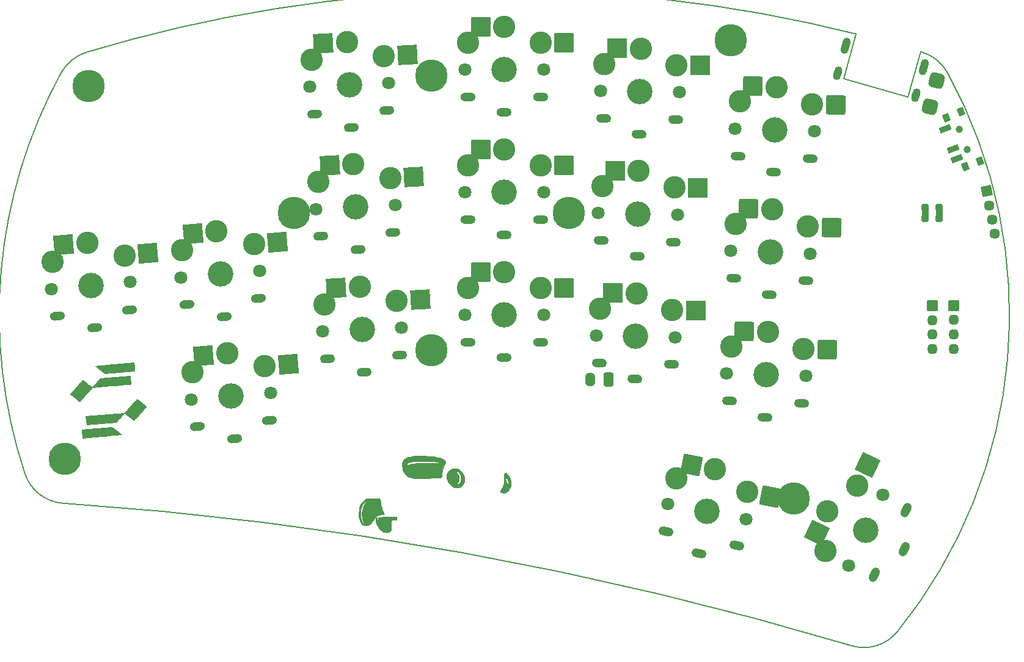
<source format=gbs>
%TF.GenerationSoftware,KiCad,Pcbnew,6.0.4-6f826c9f35~116~ubuntu20.04.1*%
%TF.CreationDate,2022-05-20T17:44:36+02:00*%
%TF.ProjectId,Wubbo,57756262-6f2e-46b6-9963-61645f706362,v0.3*%
%TF.SameCoordinates,Original*%
%TF.FileFunction,Soldermask,Bot*%
%TF.FilePolarity,Negative*%
%FSLAX46Y46*%
G04 Gerber Fmt 4.6, Leading zero omitted, Abs format (unit mm)*
G04 Created by KiCad (PCBNEW 6.0.4-6f826c9f35~116~ubuntu20.04.1) date 2022-05-20 17:44:36*
%MOMM*%
%LPD*%
G01*
G04 APERTURE LIST*
G04 Aperture macros list*
%AMRoundRect*
0 Rectangle with rounded corners*
0 $1 Rounding radius*
0 $2 $3 $4 $5 $6 $7 $8 $9 X,Y pos of 4 corners*
0 Add a 4 corners polygon primitive as box body*
4,1,4,$2,$3,$4,$5,$6,$7,$8,$9,$2,$3,0*
0 Add four circle primitives for the rounded corners*
1,1,$1+$1,$2,$3*
1,1,$1+$1,$4,$5*
1,1,$1+$1,$6,$7*
1,1,$1+$1,$8,$9*
0 Add four rect primitives between the rounded corners*
20,1,$1+$1,$2,$3,$4,$5,0*
20,1,$1+$1,$4,$5,$6,$7,0*
20,1,$1+$1,$6,$7,$8,$9,0*
20,1,$1+$1,$8,$9,$2,$3,0*%
%AMHorizOval*
0 Thick line with rounded ends*
0 $1 width*
0 $2 $3 position (X,Y) of the first rounded end (center of the circle)*
0 $4 $5 position (X,Y) of the second rounded end (center of the circle)*
0 Add line between two ends*
20,1,$1,$2,$3,$4,$5,0*
0 Add two circle primitives to create the rounded ends*
1,1,$1,$2,$3*
1,1,$1,$4,$5*%
G04 Aperture macros list end*
%TA.AperFunction,Profile*%
%ADD10C,0.150000*%
%TD*%
%ADD11C,0.120000*%
%ADD12C,0.010000*%
%ADD13C,3.100000*%
%ADD14C,1.801800*%
%ADD15C,3.529000*%
%ADD16HorizOval,1.200000X-0.449383X-0.023551X0.449383X0.023551X0*%
%ADD17RoundRect,0.050000X1.230182X1.366255X-1.366255X1.230182X-1.230182X-1.366255X1.366255X-1.230182X0*%
%ADD18RoundRect,0.050000X1.300000X1.300000X-1.300000X1.300000X-1.300000X-1.300000X1.300000X-1.300000X0*%
%ADD19O,2.100000X1.200000*%
%ADD20RoundRect,0.268750X0.256250X-0.218750X0.256250X0.218750X-0.256250X0.218750X-0.256250X-0.218750X0*%
%ADD21RoundRect,0.050000X-0.675000X-0.675000X0.675000X-0.675000X0.675000X0.675000X-0.675000X0.675000X0*%
%ADD22O,1.450000X1.450000*%
%ADD23RoundRect,0.050000X-0.598550X1.738315X-1.738315X-0.598550X0.598550X-1.738315X1.738315X0.598550X0*%
%ADD24HorizOval,1.200000X-0.197267X-0.404457X0.197267X0.404457X0*%
%ADD25RoundRect,0.320833X0.379167X0.654167X-0.379167X0.654167X-0.379167X-0.654167X0.379167X-0.654167X0*%
%ADD26O,1.400000X1.950000*%
%ADD27HorizOval,1.200000X-0.449931X0.007854X0.449931X-0.007854X0*%
%ADD28RoundRect,0.050000X1.322490X1.277114X-1.277114X1.322490X-1.322490X-1.277114X1.277114X-1.322490X0*%
%ADD29C,0.800000*%
%ADD30C,4.500000*%
%ADD31RoundRect,0.050000X1.181751X1.408356X-1.408356X1.181751X-1.181751X-1.408356X1.408356X-1.181751X0*%
%ADD32HorizOval,1.200000X-0.448288X-0.039220X0.448288X0.039220X0*%
%ADD33RoundRect,0.550000X0.612372X0.353553X-0.353553X0.612372X-0.612372X-0.353553X0.353553X-0.612372X0*%
%ADD34C,1.000000*%
%ADD35HorizOval,1.200000X-0.449726X0.015705X0.449726X-0.015705X0*%
%ADD36RoundRect,0.050000X1.344577X1.253839X-1.253839X1.344577X-1.344577X-1.253839X1.253839X-1.344577X0*%
%ADD37HorizOval,1.100000X-0.160343X-0.578178X0.160343X0.578178X0*%
%ADD38HorizOval,1.100000X-0.106895X-0.385452X0.106895X0.385452X0*%
%ADD39RoundRect,0.050000X-0.533802X-0.791394X0.791394X-0.533802X0.533802X0.791394X-0.791394X0.533802X0*%
%ADD40HorizOval,1.450000X0.000000X0.000000X0.000000X0.000000X0*%
%ADD41RoundRect,0.050000X1.524167X1.028064X-1.028064X1.524167X-1.524167X-1.028064X1.028064X-1.524167X0*%
%ADD42HorizOval,1.200000X-0.441732X0.085864X0.441732X-0.085864X0*%
%ADD43RoundRect,0.050000X-0.552616X0.323443X-0.194248X-0.610137X0.552616X-0.323443X0.194248X0.610137X0*%
%ADD44RoundRect,0.050000X-0.825614X0.057977X-0.574757X-0.595529X0.825614X-0.057977X0.574757X0.595529X0*%
G04 APERTURE END LIST*
D10*
X104544530Y51844171D02*
G75*
G03*
X-2083172Y49308466I-48731160J-193972341D01*
G01*
X-5611244Y46442888D02*
G75*
G03*
X-10622661Y-9179340I61424614J-33571068D01*
G01*
X104544530Y51844172D02*
X102813372Y45601818D01*
X110309220Y-31062252D02*
G75*
G03*
X117237987Y46442886I-54495848J43934070D01*
G01*
X111755862Y43121846D02*
X113489973Y49374846D01*
X117237963Y46442874D02*
G75*
G03*
X113709916Y49308466I-5264963J-2877474D01*
G01*
X-2083173Y49308466D02*
G75*
G03*
X-5611244Y46442886I1736897J-5743100D01*
G01*
X103920858Y-33045467D02*
G75*
G03*
X-5334370Y-13275473I-143107476J-479082651D01*
G01*
X102813372Y45601818D02*
X111755862Y43121846D01*
X113709916Y49308466D02*
G75*
G03*
X113489972Y49374846I-59168016J-195650166D01*
G01*
X103920840Y-33045522D02*
G75*
G03*
X110309219Y-31062252I1717260J5749022D01*
G01*
X-10622661Y-9179341D02*
G75*
G03*
X-5334370Y-13275474I5694518J1890101D01*
G01*
D11*
%TO.C,D1*%
X113680000Y27630000D02*
X114520000Y27630000D01*
X114520000Y27630000D02*
X114520000Y26390000D01*
X114520000Y26390000D02*
X113680000Y26390000D01*
X113680000Y26390000D02*
X113680000Y27630000D01*
G36*
X113680000Y27630000D02*
G01*
X114520000Y27630000D01*
X114520000Y26390000D01*
X113680000Y26390000D01*
X113680000Y27630000D01*
G37*
%TO.C,GR5*%
G36*
X48104326Y-8795072D02*
G01*
X48214333Y-8685930D01*
X48324709Y-8606323D01*
X48333240Y-8601567D01*
X48488168Y-8535738D01*
X48667980Y-8489541D01*
X48859269Y-8464560D01*
X49048627Y-8462375D01*
X49222645Y-8484570D01*
X49256509Y-8492613D01*
X49435609Y-8559346D01*
X49612720Y-8663898D01*
X49781795Y-8801950D01*
X49936790Y-8969181D01*
X49954268Y-8991149D01*
X50090619Y-9192616D01*
X50193486Y-9402611D01*
X50263364Y-9617135D01*
X50300746Y-9832189D01*
X50306128Y-10043774D01*
X50280004Y-10247893D01*
X50222870Y-10440545D01*
X50135219Y-10617733D01*
X50017546Y-10775457D01*
X49870345Y-10909719D01*
X49704358Y-11011523D01*
X49632311Y-11045680D01*
X49573057Y-11068166D01*
X49513368Y-11081848D01*
X49440018Y-11089593D01*
X49339779Y-11094268D01*
X49319416Y-11094953D01*
X49217709Y-11097239D01*
X49125637Y-11097422D01*
X49055184Y-11095579D01*
X49024416Y-11093020D01*
X48889787Y-11068663D01*
X48781506Y-11037860D01*
X48683599Y-10995072D01*
X48594992Y-10944141D01*
X48386976Y-10793748D01*
X48207969Y-10621978D01*
X48059361Y-10432732D01*
X47942540Y-10229912D01*
X47858897Y-10017420D01*
X47809820Y-9799159D01*
X47796699Y-9579030D01*
X47820922Y-9360935D01*
X47883879Y-9148777D01*
X47923868Y-9059002D01*
X47984128Y-8957117D01*
X49142376Y-8957117D01*
X49163747Y-9014708D01*
X49216505Y-9089328D01*
X49276902Y-9158596D01*
X49398119Y-9319133D01*
X49483153Y-9493892D01*
X49531520Y-9677472D01*
X49542732Y-9864467D01*
X49516305Y-10049477D01*
X49451752Y-10227098D01*
X49383524Y-10344281D01*
X49321109Y-10448010D01*
X49292381Y-10528853D01*
X49296819Y-10588856D01*
X49314400Y-10614933D01*
X49366479Y-10638607D01*
X49437188Y-10625133D01*
X49492070Y-10596771D01*
X49605114Y-10502802D01*
X49695341Y-10377747D01*
X49760605Y-10227465D01*
X49798755Y-10057815D01*
X49807644Y-9874657D01*
X49798204Y-9761953D01*
X49765341Y-9577607D01*
X49718822Y-9406184D01*
X49661035Y-9251160D01*
X49594369Y-9116011D01*
X49521215Y-9004211D01*
X49443961Y-8919238D01*
X49364998Y-8864567D01*
X49286713Y-8843673D01*
X49211498Y-8860033D01*
X49187876Y-8874116D01*
X49150912Y-8911829D01*
X49142376Y-8957117D01*
X47984128Y-8957117D01*
X48004301Y-8923010D01*
X48104326Y-8795072D01*
G37*
D12*
X48104326Y-8795072D02*
X48214333Y-8685930D01*
X48324709Y-8606323D01*
X48333240Y-8601567D01*
X48488168Y-8535738D01*
X48667980Y-8489541D01*
X48859269Y-8464560D01*
X49048627Y-8462375D01*
X49222645Y-8484570D01*
X49256509Y-8492613D01*
X49435609Y-8559346D01*
X49612720Y-8663898D01*
X49781795Y-8801950D01*
X49936790Y-8969181D01*
X49954268Y-8991149D01*
X50090619Y-9192616D01*
X50193486Y-9402611D01*
X50263364Y-9617135D01*
X50300746Y-9832189D01*
X50306128Y-10043774D01*
X50280004Y-10247893D01*
X50222870Y-10440545D01*
X50135219Y-10617733D01*
X50017546Y-10775457D01*
X49870345Y-10909719D01*
X49704358Y-11011523D01*
X49632311Y-11045680D01*
X49573057Y-11068166D01*
X49513368Y-11081848D01*
X49440018Y-11089593D01*
X49339779Y-11094268D01*
X49319416Y-11094953D01*
X49217709Y-11097239D01*
X49125637Y-11097422D01*
X49055184Y-11095579D01*
X49024416Y-11093020D01*
X48889787Y-11068663D01*
X48781506Y-11037860D01*
X48683599Y-10995072D01*
X48594992Y-10944141D01*
X48386976Y-10793748D01*
X48207969Y-10621978D01*
X48059361Y-10432732D01*
X47942540Y-10229912D01*
X47858897Y-10017420D01*
X47809820Y-9799159D01*
X47796699Y-9579030D01*
X47820922Y-9360935D01*
X47883879Y-9148777D01*
X47923868Y-9059002D01*
X47984128Y-8957117D01*
X49142376Y-8957117D01*
X49163747Y-9014708D01*
X49216505Y-9089328D01*
X49276902Y-9158596D01*
X49398119Y-9319133D01*
X49483153Y-9493892D01*
X49531520Y-9677472D01*
X49542732Y-9864467D01*
X49516305Y-10049477D01*
X49451752Y-10227098D01*
X49383524Y-10344281D01*
X49321109Y-10448010D01*
X49292381Y-10528853D01*
X49296819Y-10588856D01*
X49314400Y-10614933D01*
X49366479Y-10638607D01*
X49437188Y-10625133D01*
X49492070Y-10596771D01*
X49605114Y-10502802D01*
X49695341Y-10377747D01*
X49760605Y-10227465D01*
X49798755Y-10057815D01*
X49807644Y-9874657D01*
X49798204Y-9761953D01*
X49765341Y-9577607D01*
X49718822Y-9406184D01*
X49661035Y-9251160D01*
X49594369Y-9116011D01*
X49521215Y-9004211D01*
X49443961Y-8919238D01*
X49364998Y-8864567D01*
X49286713Y-8843673D01*
X49211498Y-8860033D01*
X49187876Y-8874116D01*
X49150912Y-8911829D01*
X49142376Y-8957117D01*
X47984128Y-8957117D01*
X48004301Y-8923010D01*
X48104326Y-8795072D01*
G36*
X35643983Y-14672583D02*
G01*
X35672739Y-14322111D01*
X35726676Y-13999570D01*
X35805179Y-13706143D01*
X35907635Y-13443018D01*
X36033428Y-13211378D01*
X36181944Y-13012410D01*
X36352570Y-12847299D01*
X36544691Y-12717230D01*
X36693799Y-12646807D01*
X36730850Y-12633100D01*
X36768644Y-12622238D01*
X36812729Y-12613795D01*
X36868655Y-12607346D01*
X36941972Y-12602467D01*
X37038230Y-12598733D01*
X37162979Y-12595719D01*
X37321767Y-12593001D01*
X37414500Y-12591636D01*
X37653446Y-12588149D01*
X37853627Y-12585188D01*
X38018610Y-12582872D01*
X38151960Y-12581318D01*
X38257245Y-12580647D01*
X38338030Y-12580977D01*
X38397882Y-12582426D01*
X38440368Y-12585114D01*
X38469053Y-12589160D01*
X38487505Y-12594682D01*
X38499289Y-12601799D01*
X38507972Y-12610631D01*
X38517120Y-12621295D01*
X38524315Y-12628621D01*
X38561436Y-12673290D01*
X38589009Y-12732422D01*
X38609446Y-12814119D01*
X38625162Y-12926483D01*
X38631170Y-12987363D01*
X38654725Y-13170734D01*
X38693584Y-13382232D01*
X38744997Y-13611694D01*
X38806214Y-13848955D01*
X38874485Y-14083853D01*
X38947060Y-14306223D01*
X39021190Y-14505902D01*
X39077932Y-14638522D01*
X39111733Y-14715091D01*
X39137070Y-14778899D01*
X39149563Y-14818711D01*
X39150166Y-14823730D01*
X39140277Y-14837805D01*
X39106440Y-14846689D01*
X39042400Y-14851284D01*
X38950614Y-14852500D01*
X38717857Y-14861176D01*
X38518280Y-14888456D01*
X38346173Y-14936217D01*
X38195829Y-15006334D01*
X38061537Y-15100684D01*
X37986676Y-15169323D01*
X37935392Y-15226896D01*
X37867812Y-15311936D01*
X37790184Y-15416083D01*
X37708760Y-15530975D01*
X37637895Y-15635901D01*
X37519942Y-15810553D01*
X37416928Y-15951561D01*
X37324329Y-16062877D01*
X37237620Y-16148450D01*
X37152276Y-16212231D01*
X37063772Y-16258170D01*
X36967586Y-16290218D01*
X36864039Y-16311546D01*
X36663658Y-16330905D01*
X36478658Y-16319802D01*
X36398500Y-16305223D01*
X36224482Y-16246817D01*
X36072436Y-16152734D01*
X35942686Y-16023677D01*
X35835558Y-15860350D01*
X35751376Y-15663457D01*
X35690467Y-15433702D01*
X35653155Y-15171788D01*
X35639952Y-14882500D01*
X35890037Y-14882500D01*
X35903502Y-15148526D01*
X35934851Y-15394711D01*
X35965341Y-15540416D01*
X36013935Y-15694245D01*
X36076142Y-15826866D01*
X36147903Y-15930919D01*
X36214540Y-15992203D01*
X36303507Y-16048330D01*
X36362972Y-16075044D01*
X36393635Y-16072592D01*
X36398500Y-16057522D01*
X36387319Y-16028132D01*
X36358806Y-15978322D01*
X36337896Y-15946397D01*
X36227877Y-15750121D01*
X36145861Y-15525204D01*
X36092593Y-15275394D01*
X36068821Y-15004443D01*
X36075291Y-14716099D01*
X36080553Y-14653783D01*
X36130606Y-14291485D01*
X36209269Y-13959719D01*
X36316960Y-13657432D01*
X36454100Y-13383572D01*
X36621110Y-13137086D01*
X36743387Y-12993729D01*
X36798126Y-12932424D01*
X36837900Y-12883085D01*
X36856727Y-12853358D01*
X36856969Y-12848580D01*
X36827893Y-12847805D01*
X36774378Y-12872663D01*
X36702139Y-12919078D01*
X36616894Y-12982970D01*
X36524358Y-13060262D01*
X36430248Y-13146876D01*
X36407196Y-13169456D01*
X36293065Y-13288201D01*
X36205826Y-13394518D01*
X36138285Y-13500547D01*
X36083247Y-13618431D01*
X36033515Y-13760313D01*
X36009308Y-13840878D01*
X35954092Y-14075823D01*
X35915618Y-14335105D01*
X35894171Y-14607678D01*
X35890037Y-14882500D01*
X35639952Y-14882500D01*
X35639765Y-14878418D01*
X35643983Y-14672583D01*
G37*
X35643983Y-14672583D02*
X35672739Y-14322111D01*
X35726676Y-13999570D01*
X35805179Y-13706143D01*
X35907635Y-13443018D01*
X36033428Y-13211378D01*
X36181944Y-13012410D01*
X36352570Y-12847299D01*
X36544691Y-12717230D01*
X36693799Y-12646807D01*
X36730850Y-12633100D01*
X36768644Y-12622238D01*
X36812729Y-12613795D01*
X36868655Y-12607346D01*
X36941972Y-12602467D01*
X37038230Y-12598733D01*
X37162979Y-12595719D01*
X37321767Y-12593001D01*
X37414500Y-12591636D01*
X37653446Y-12588149D01*
X37853627Y-12585188D01*
X38018610Y-12582872D01*
X38151960Y-12581318D01*
X38257245Y-12580647D01*
X38338030Y-12580977D01*
X38397882Y-12582426D01*
X38440368Y-12585114D01*
X38469053Y-12589160D01*
X38487505Y-12594682D01*
X38499289Y-12601799D01*
X38507972Y-12610631D01*
X38517120Y-12621295D01*
X38524315Y-12628621D01*
X38561436Y-12673290D01*
X38589009Y-12732422D01*
X38609446Y-12814119D01*
X38625162Y-12926483D01*
X38631170Y-12987363D01*
X38654725Y-13170734D01*
X38693584Y-13382232D01*
X38744997Y-13611694D01*
X38806214Y-13848955D01*
X38874485Y-14083853D01*
X38947060Y-14306223D01*
X39021190Y-14505902D01*
X39077932Y-14638522D01*
X39111733Y-14715091D01*
X39137070Y-14778899D01*
X39149563Y-14818711D01*
X39150166Y-14823730D01*
X39140277Y-14837805D01*
X39106440Y-14846689D01*
X39042400Y-14851284D01*
X38950614Y-14852500D01*
X38717857Y-14861176D01*
X38518280Y-14888456D01*
X38346173Y-14936217D01*
X38195829Y-15006334D01*
X38061537Y-15100684D01*
X37986676Y-15169323D01*
X37935392Y-15226896D01*
X37867812Y-15311936D01*
X37790184Y-15416083D01*
X37708760Y-15530975D01*
X37637895Y-15635901D01*
X37519942Y-15810553D01*
X37416928Y-15951561D01*
X37324329Y-16062877D01*
X37237620Y-16148450D01*
X37152276Y-16212231D01*
X37063772Y-16258170D01*
X36967586Y-16290218D01*
X36864039Y-16311546D01*
X36663658Y-16330905D01*
X36478658Y-16319802D01*
X36398500Y-16305223D01*
X36224482Y-16246817D01*
X36072436Y-16152734D01*
X35942686Y-16023677D01*
X35835558Y-15860350D01*
X35751376Y-15663457D01*
X35690467Y-15433702D01*
X35653155Y-15171788D01*
X35639952Y-14882500D01*
X35890037Y-14882500D01*
X35903502Y-15148526D01*
X35934851Y-15394711D01*
X35965341Y-15540416D01*
X36013935Y-15694245D01*
X36076142Y-15826866D01*
X36147903Y-15930919D01*
X36214540Y-15992203D01*
X36303507Y-16048330D01*
X36362972Y-16075044D01*
X36393635Y-16072592D01*
X36398500Y-16057522D01*
X36387319Y-16028132D01*
X36358806Y-15978322D01*
X36337896Y-15946397D01*
X36227877Y-15750121D01*
X36145861Y-15525204D01*
X36092593Y-15275394D01*
X36068821Y-15004443D01*
X36075291Y-14716099D01*
X36080553Y-14653783D01*
X36130606Y-14291485D01*
X36209269Y-13959719D01*
X36316960Y-13657432D01*
X36454100Y-13383572D01*
X36621110Y-13137086D01*
X36743387Y-12993729D01*
X36798126Y-12932424D01*
X36837900Y-12883085D01*
X36856727Y-12853358D01*
X36856969Y-12848580D01*
X36827893Y-12847805D01*
X36774378Y-12872663D01*
X36702139Y-12919078D01*
X36616894Y-12982970D01*
X36524358Y-13060262D01*
X36430248Y-13146876D01*
X36407196Y-13169456D01*
X36293065Y-13288201D01*
X36205826Y-13394518D01*
X36138285Y-13500547D01*
X36083247Y-13618431D01*
X36033515Y-13760313D01*
X36009308Y-13840878D01*
X35954092Y-14075823D01*
X35915618Y-14335105D01*
X35894171Y-14607678D01*
X35890037Y-14882500D01*
X35639952Y-14882500D01*
X35639765Y-14878418D01*
X35643983Y-14672583D01*
G36*
X41666453Y-7682298D02*
G01*
X41720092Y-7500388D01*
X41806200Y-7339398D01*
X41925667Y-7198522D01*
X42079384Y-7076956D01*
X42268242Y-6973893D01*
X42493130Y-6888530D01*
X42754941Y-6820061D01*
X43054565Y-6767682D01*
X43392892Y-6730586D01*
X43505587Y-6722077D01*
X43725775Y-6711557D01*
X43979344Y-6707153D01*
X44258123Y-6708478D01*
X44553942Y-6715143D01*
X44858630Y-6726760D01*
X45164017Y-6742942D01*
X45461932Y-6763300D01*
X45744205Y-6787447D01*
X46002665Y-6814994D01*
X46229142Y-6845554D01*
X46281298Y-6853866D01*
X46534303Y-6902967D01*
X46772127Y-6963370D01*
X46990844Y-7033347D01*
X47186528Y-7111173D01*
X47355255Y-7195120D01*
X47493097Y-7283464D01*
X47596130Y-7374477D01*
X47656580Y-7458650D01*
X47671570Y-7492699D01*
X47676318Y-7525030D01*
X47668286Y-7563415D01*
X47644935Y-7615626D01*
X47603726Y-7689434D01*
X47553869Y-7773118D01*
X47447704Y-7977474D01*
X47353245Y-8215775D01*
X47272441Y-8480773D01*
X47207244Y-8765219D01*
X47159603Y-9061864D01*
X47133138Y-9336539D01*
X47126466Y-9451007D01*
X47119906Y-9540394D01*
X47108648Y-9607922D01*
X47087881Y-9656813D01*
X47052796Y-9690290D01*
X46998582Y-9711577D01*
X46920429Y-9723895D01*
X46813526Y-9730468D01*
X46673063Y-9734518D01*
X46533768Y-9738095D01*
X46367378Y-9743347D01*
X46194100Y-9749707D01*
X46025275Y-9756695D01*
X45872243Y-9763832D01*
X45746347Y-9770641D01*
X45711833Y-9772790D01*
X45605051Y-9778431D01*
X45467549Y-9783634D01*
X45304657Y-9788356D01*
X45121703Y-9792553D01*
X44924016Y-9796179D01*
X44716924Y-9799191D01*
X44505756Y-9801544D01*
X44295839Y-9803193D01*
X44092504Y-9804095D01*
X43901078Y-9804204D01*
X43726891Y-9803476D01*
X43575270Y-9801867D01*
X43451544Y-9799332D01*
X43361041Y-9795827D01*
X43320000Y-9792739D01*
X43024472Y-9751365D01*
X42766195Y-9694079D01*
X42542244Y-9618311D01*
X42349694Y-9521489D01*
X42185620Y-9401043D01*
X42047095Y-9254403D01*
X41931196Y-9078998D01*
X41834998Y-8872258D01*
X41755574Y-8631612D01*
X41691436Y-8361591D01*
X41653015Y-8112094D01*
X41644698Y-7893991D01*
X42287390Y-7893991D01*
X42305081Y-7929897D01*
X42312924Y-7942022D01*
X42346968Y-7981565D01*
X42388057Y-7991631D01*
X42420211Y-7988050D01*
X42478842Y-7972442D01*
X42554480Y-7944523D01*
X42603562Y-7922978D01*
X42707587Y-7880558D01*
X42831799Y-7842956D01*
X42980297Y-7809412D01*
X43157181Y-7779166D01*
X43366552Y-7751457D01*
X43612509Y-7725525D01*
X43722166Y-7715469D01*
X43840877Y-7707437D01*
X43995437Y-7700778D01*
X44179384Y-7695491D01*
X44386257Y-7691572D01*
X44609595Y-7689020D01*
X44842935Y-7687830D01*
X45079815Y-7688002D01*
X45313775Y-7689532D01*
X45538353Y-7692418D01*
X45747085Y-7696656D01*
X45933512Y-7702246D01*
X46091172Y-7709183D01*
X46201622Y-7716454D01*
X46364483Y-7727963D01*
X46490188Y-7732124D01*
X46583369Y-7728382D01*
X46648654Y-7716183D01*
X46690672Y-7694974D01*
X46714054Y-7664200D01*
X46717604Y-7654714D01*
X46722836Y-7610955D01*
X46700728Y-7580563D01*
X46644821Y-7556580D01*
X46619857Y-7549423D01*
X46509374Y-7526034D01*
X46361470Y-7504491D01*
X46181022Y-7484911D01*
X45972906Y-7467409D01*
X45742000Y-7452100D01*
X45493179Y-7439100D01*
X45231320Y-7428524D01*
X44961301Y-7420488D01*
X44687998Y-7415107D01*
X44416288Y-7412496D01*
X44151047Y-7412772D01*
X43897152Y-7416049D01*
X43659481Y-7422444D01*
X43442909Y-7432071D01*
X43252314Y-7445046D01*
X43092572Y-7461485D01*
X43064529Y-7465230D01*
X42900535Y-7496620D01*
X42742966Y-7542508D01*
X42598872Y-7599635D01*
X42475305Y-7664740D01*
X42379315Y-7734566D01*
X42317954Y-7805853D01*
X42314544Y-7811906D01*
X42290462Y-7861298D01*
X42287390Y-7893991D01*
X41644698Y-7893991D01*
X41644390Y-7885931D01*
X41666453Y-7682298D01*
G37*
X41666453Y-7682298D02*
X41720092Y-7500388D01*
X41806200Y-7339398D01*
X41925667Y-7198522D01*
X42079384Y-7076956D01*
X42268242Y-6973893D01*
X42493130Y-6888530D01*
X42754941Y-6820061D01*
X43054565Y-6767682D01*
X43392892Y-6730586D01*
X43505587Y-6722077D01*
X43725775Y-6711557D01*
X43979344Y-6707153D01*
X44258123Y-6708478D01*
X44553942Y-6715143D01*
X44858630Y-6726760D01*
X45164017Y-6742942D01*
X45461932Y-6763300D01*
X45744205Y-6787447D01*
X46002665Y-6814994D01*
X46229142Y-6845554D01*
X46281298Y-6853866D01*
X46534303Y-6902967D01*
X46772127Y-6963370D01*
X46990844Y-7033347D01*
X47186528Y-7111173D01*
X47355255Y-7195120D01*
X47493097Y-7283464D01*
X47596130Y-7374477D01*
X47656580Y-7458650D01*
X47671570Y-7492699D01*
X47676318Y-7525030D01*
X47668286Y-7563415D01*
X47644935Y-7615626D01*
X47603726Y-7689434D01*
X47553869Y-7773118D01*
X47447704Y-7977474D01*
X47353245Y-8215775D01*
X47272441Y-8480773D01*
X47207244Y-8765219D01*
X47159603Y-9061864D01*
X47133138Y-9336539D01*
X47126466Y-9451007D01*
X47119906Y-9540394D01*
X47108648Y-9607922D01*
X47087881Y-9656813D01*
X47052796Y-9690290D01*
X46998582Y-9711577D01*
X46920429Y-9723895D01*
X46813526Y-9730468D01*
X46673063Y-9734518D01*
X46533768Y-9738095D01*
X46367378Y-9743347D01*
X46194100Y-9749707D01*
X46025275Y-9756695D01*
X45872243Y-9763832D01*
X45746347Y-9770641D01*
X45711833Y-9772790D01*
X45605051Y-9778431D01*
X45467549Y-9783634D01*
X45304657Y-9788356D01*
X45121703Y-9792553D01*
X44924016Y-9796179D01*
X44716924Y-9799191D01*
X44505756Y-9801544D01*
X44295839Y-9803193D01*
X44092504Y-9804095D01*
X43901078Y-9804204D01*
X43726891Y-9803476D01*
X43575270Y-9801867D01*
X43451544Y-9799332D01*
X43361041Y-9795827D01*
X43320000Y-9792739D01*
X43024472Y-9751365D01*
X42766195Y-9694079D01*
X42542244Y-9618311D01*
X42349694Y-9521489D01*
X42185620Y-9401043D01*
X42047095Y-9254403D01*
X41931196Y-9078998D01*
X41834998Y-8872258D01*
X41755574Y-8631612D01*
X41691436Y-8361591D01*
X41653015Y-8112094D01*
X41644698Y-7893991D01*
X42287390Y-7893991D01*
X42305081Y-7929897D01*
X42312924Y-7942022D01*
X42346968Y-7981565D01*
X42388057Y-7991631D01*
X42420211Y-7988050D01*
X42478842Y-7972442D01*
X42554480Y-7944523D01*
X42603562Y-7922978D01*
X42707587Y-7880558D01*
X42831799Y-7842956D01*
X42980297Y-7809412D01*
X43157181Y-7779166D01*
X43366552Y-7751457D01*
X43612509Y-7725525D01*
X43722166Y-7715469D01*
X43840877Y-7707437D01*
X43995437Y-7700778D01*
X44179384Y-7695491D01*
X44386257Y-7691572D01*
X44609595Y-7689020D01*
X44842935Y-7687830D01*
X45079815Y-7688002D01*
X45313775Y-7689532D01*
X45538353Y-7692418D01*
X45747085Y-7696656D01*
X45933512Y-7702246D01*
X46091172Y-7709183D01*
X46201622Y-7716454D01*
X46364483Y-7727963D01*
X46490188Y-7732124D01*
X46583369Y-7728382D01*
X46648654Y-7716183D01*
X46690672Y-7694974D01*
X46714054Y-7664200D01*
X46717604Y-7654714D01*
X46722836Y-7610955D01*
X46700728Y-7580563D01*
X46644821Y-7556580D01*
X46619857Y-7549423D01*
X46509374Y-7526034D01*
X46361470Y-7504491D01*
X46181022Y-7484911D01*
X45972906Y-7467409D01*
X45742000Y-7452100D01*
X45493179Y-7439100D01*
X45231320Y-7428524D01*
X44961301Y-7420488D01*
X44687998Y-7415107D01*
X44416288Y-7412496D01*
X44151047Y-7412772D01*
X43897152Y-7416049D01*
X43659481Y-7422444D01*
X43442909Y-7432071D01*
X43252314Y-7445046D01*
X43092572Y-7461485D01*
X43064529Y-7465230D01*
X42900535Y-7496620D01*
X42742966Y-7542508D01*
X42598872Y-7599635D01*
X42475305Y-7664740D01*
X42379315Y-7734566D01*
X42317954Y-7805853D01*
X42314544Y-7811906D01*
X42290462Y-7861298D01*
X42287390Y-7893991D01*
X41644698Y-7893991D01*
X41644390Y-7885931D01*
X41666453Y-7682298D01*
G36*
X55785149Y-9814833D02*
G01*
X55789717Y-9635956D01*
X55794081Y-9494176D01*
X55798668Y-9384259D01*
X55803902Y-9300974D01*
X55810208Y-9239089D01*
X55818013Y-9193370D01*
X55827741Y-9158586D01*
X55839817Y-9129505D01*
X55841069Y-9126916D01*
X55874478Y-9070688D01*
X55910987Y-9043774D01*
X55950720Y-9035653D01*
X55994575Y-9037185D01*
X56037009Y-9055251D01*
X56089706Y-9096014D01*
X56123530Y-9126810D01*
X56232424Y-9244651D01*
X56342865Y-9393332D01*
X56447664Y-9562273D01*
X56537275Y-9735806D01*
X56601737Y-9880593D01*
X56647885Y-10003138D01*
X56678594Y-10116619D01*
X56696738Y-10234210D01*
X56705192Y-10369089D01*
X56706897Y-10513333D01*
X56705920Y-10639583D01*
X56702656Y-10734400D01*
X56695788Y-10808673D01*
X56684001Y-10873291D01*
X56665980Y-10939143D01*
X56649138Y-10991243D01*
X56553746Y-11212030D01*
X56424123Y-11408520D01*
X56262118Y-11578563D01*
X56069576Y-11720010D01*
X55979194Y-11770814D01*
X55863162Y-11826395D01*
X55768860Y-11857844D01*
X55683502Y-11865438D01*
X55594303Y-11849455D01*
X55488478Y-11810172D01*
X55427333Y-11782803D01*
X55346572Y-11745712D01*
X55279814Y-11715447D01*
X55236769Y-11696391D01*
X55227054Y-11692394D01*
X55216635Y-11667442D01*
X55230225Y-11610186D01*
X55266993Y-11522603D01*
X55326109Y-11406671D01*
X55406518Y-11264750D01*
X55497968Y-11107580D01*
X55572573Y-10972929D01*
X55632176Y-10853743D01*
X55678619Y-10742970D01*
X55713742Y-10633558D01*
X55739388Y-10518452D01*
X55757399Y-10390600D01*
X55769616Y-10242950D01*
X55777881Y-10068448D01*
X55782362Y-9916725D01*
X55938581Y-9916725D01*
X55946643Y-9967771D01*
X55974243Y-10041666D01*
X55996617Y-10092363D01*
X56032760Y-10178150D01*
X56064860Y-10264670D01*
X56083013Y-10322833D01*
X56117187Y-10423876D01*
X56160076Y-10508407D01*
X56206637Y-10568658D01*
X56251823Y-10596862D01*
X56261717Y-10598000D01*
X56313072Y-10584060D01*
X56339483Y-10563859D01*
X56361971Y-10507988D01*
X56366354Y-10424322D01*
X56354692Y-10322290D01*
X56329046Y-10211318D01*
X56291476Y-10100833D01*
X56244042Y-10000264D01*
X56202177Y-9935625D01*
X56131119Y-9859474D01*
X56065243Y-9823262D01*
X56005998Y-9827570D01*
X55978307Y-9846003D01*
X55949366Y-9879234D01*
X55938581Y-9916725D01*
X55782362Y-9916725D01*
X55784037Y-9860042D01*
X55785149Y-9814833D01*
G37*
X55785149Y-9814833D02*
X55789717Y-9635956D01*
X55794081Y-9494176D01*
X55798668Y-9384259D01*
X55803902Y-9300974D01*
X55810208Y-9239089D01*
X55818013Y-9193370D01*
X55827741Y-9158586D01*
X55839817Y-9129505D01*
X55841069Y-9126916D01*
X55874478Y-9070688D01*
X55910987Y-9043774D01*
X55950720Y-9035653D01*
X55994575Y-9037185D01*
X56037009Y-9055251D01*
X56089706Y-9096014D01*
X56123530Y-9126810D01*
X56232424Y-9244651D01*
X56342865Y-9393332D01*
X56447664Y-9562273D01*
X56537275Y-9735806D01*
X56601737Y-9880593D01*
X56647885Y-10003138D01*
X56678594Y-10116619D01*
X56696738Y-10234210D01*
X56705192Y-10369089D01*
X56706897Y-10513333D01*
X56705920Y-10639583D01*
X56702656Y-10734400D01*
X56695788Y-10808673D01*
X56684001Y-10873291D01*
X56665980Y-10939143D01*
X56649138Y-10991243D01*
X56553746Y-11212030D01*
X56424123Y-11408520D01*
X56262118Y-11578563D01*
X56069576Y-11720010D01*
X55979194Y-11770814D01*
X55863162Y-11826395D01*
X55768860Y-11857844D01*
X55683502Y-11865438D01*
X55594303Y-11849455D01*
X55488478Y-11810172D01*
X55427333Y-11782803D01*
X55346572Y-11745712D01*
X55279814Y-11715447D01*
X55236769Y-11696391D01*
X55227054Y-11692394D01*
X55216635Y-11667442D01*
X55230225Y-11610186D01*
X55266993Y-11522603D01*
X55326109Y-11406671D01*
X55406518Y-11264750D01*
X55497968Y-11107580D01*
X55572573Y-10972929D01*
X55632176Y-10853743D01*
X55678619Y-10742970D01*
X55713742Y-10633558D01*
X55739388Y-10518452D01*
X55757399Y-10390600D01*
X55769616Y-10242950D01*
X55777881Y-10068448D01*
X55782362Y-9916725D01*
X55938581Y-9916725D01*
X55946643Y-9967771D01*
X55974243Y-10041666D01*
X55996617Y-10092363D01*
X56032760Y-10178150D01*
X56064860Y-10264670D01*
X56083013Y-10322833D01*
X56117187Y-10423876D01*
X56160076Y-10508407D01*
X56206637Y-10568658D01*
X56251823Y-10596862D01*
X56261717Y-10598000D01*
X56313072Y-10584060D01*
X56339483Y-10563859D01*
X56361971Y-10507988D01*
X56366354Y-10424322D01*
X56354692Y-10322290D01*
X56329046Y-10211318D01*
X56291476Y-10100833D01*
X56244042Y-10000264D01*
X56202177Y-9935625D01*
X56131119Y-9859474D01*
X56065243Y-9823262D01*
X56005998Y-9827570D01*
X55978307Y-9846003D01*
X55949366Y-9879234D01*
X55938581Y-9916725D01*
X55782362Y-9916725D01*
X55784037Y-9860042D01*
X55785149Y-9814833D01*
G36*
X40875261Y-15279229D02*
G01*
X40881865Y-15361564D01*
X40884139Y-15436312D01*
X40882449Y-15477002D01*
X40875250Y-15540416D01*
X40610666Y-15552215D01*
X40504176Y-15558561D01*
X40408962Y-15567156D01*
X40335315Y-15576881D01*
X40293526Y-15586616D01*
X40293166Y-15586769D01*
X40211673Y-15640382D01*
X40143187Y-15718714D01*
X40103058Y-15802321D01*
X40088109Y-15892859D01*
X40082953Y-16014439D01*
X40087415Y-16156959D01*
X40101323Y-16310318D01*
X40113250Y-16397666D01*
X40131246Y-16542286D01*
X40141352Y-16685502D01*
X40143531Y-16818218D01*
X40137744Y-16931338D01*
X40123955Y-17015767D01*
X40115879Y-17040221D01*
X40061478Y-17122626D01*
X39975123Y-17197033D01*
X39867193Y-17255266D01*
X39821992Y-17271671D01*
X39728735Y-17293752D01*
X39615178Y-17310183D01*
X39498499Y-17319366D01*
X39395880Y-17319702D01*
X39351250Y-17315474D01*
X39223713Y-17285182D01*
X39077889Y-17232405D01*
X38933677Y-17165268D01*
X38759476Y-17053579D01*
X38593315Y-16906273D01*
X38439397Y-16729892D01*
X38301928Y-16530978D01*
X38185111Y-16316072D01*
X38093151Y-16091717D01*
X38030253Y-15864454D01*
X38007623Y-15724341D01*
X37996463Y-15552610D01*
X38004882Y-15409769D01*
X38032317Y-15298392D01*
X38078208Y-15221056D01*
X38124690Y-15186810D01*
X38173484Y-15172576D01*
X38191953Y-15187055D01*
X38178801Y-15229193D01*
X38178214Y-15230295D01*
X38158872Y-15304181D01*
X38160718Y-15408291D01*
X38182101Y-15537209D01*
X38221368Y-15685515D01*
X38276868Y-15847792D01*
X38346948Y-16018623D01*
X38429956Y-16192589D01*
X38523788Y-16363505D01*
X38586249Y-16464109D01*
X38656225Y-16567809D01*
X38728486Y-16667786D01*
X38797801Y-16757221D01*
X38858942Y-16829296D01*
X38906677Y-16877194D01*
X38929849Y-16892896D01*
X38933784Y-16885383D01*
X38913061Y-16853586D01*
X38872067Y-16804019D01*
X38863741Y-16794676D01*
X38718876Y-16611990D01*
X38583081Y-16399034D01*
X38463160Y-16167810D01*
X38365921Y-15930319D01*
X38353991Y-15895727D01*
X38318379Y-15764094D01*
X38297839Y-15631474D01*
X38292023Y-15505278D01*
X38300583Y-15392912D01*
X38323168Y-15301786D01*
X38359429Y-15239308D01*
X38385850Y-15219466D01*
X38413008Y-15216070D01*
X38478445Y-15212329D01*
X38578110Y-15208356D01*
X38707953Y-15204261D01*
X38863920Y-15200157D01*
X39041962Y-15196156D01*
X39238027Y-15192370D01*
X39448064Y-15188909D01*
X39541750Y-15187549D01*
X39759117Y-15184292D01*
X39966324Y-15180753D01*
X40159010Y-15177036D01*
X40332814Y-15173245D01*
X40483373Y-15169484D01*
X40606327Y-15165858D01*
X40697313Y-15162470D01*
X40751969Y-15159426D01*
X40762228Y-15158391D01*
X40860873Y-15144872D01*
X40875261Y-15279229D01*
G37*
X40875261Y-15279229D02*
X40881865Y-15361564D01*
X40884139Y-15436312D01*
X40882449Y-15477002D01*
X40875250Y-15540416D01*
X40610666Y-15552215D01*
X40504176Y-15558561D01*
X40408962Y-15567156D01*
X40335315Y-15576881D01*
X40293526Y-15586616D01*
X40293166Y-15586769D01*
X40211673Y-15640382D01*
X40143187Y-15718714D01*
X40103058Y-15802321D01*
X40088109Y-15892859D01*
X40082953Y-16014439D01*
X40087415Y-16156959D01*
X40101323Y-16310318D01*
X40113250Y-16397666D01*
X40131246Y-16542286D01*
X40141352Y-16685502D01*
X40143531Y-16818218D01*
X40137744Y-16931338D01*
X40123955Y-17015767D01*
X40115879Y-17040221D01*
X40061478Y-17122626D01*
X39975123Y-17197033D01*
X39867193Y-17255266D01*
X39821992Y-17271671D01*
X39728735Y-17293752D01*
X39615178Y-17310183D01*
X39498499Y-17319366D01*
X39395880Y-17319702D01*
X39351250Y-17315474D01*
X39223713Y-17285182D01*
X39077889Y-17232405D01*
X38933677Y-17165268D01*
X38759476Y-17053579D01*
X38593315Y-16906273D01*
X38439397Y-16729892D01*
X38301928Y-16530978D01*
X38185111Y-16316072D01*
X38093151Y-16091717D01*
X38030253Y-15864454D01*
X38007623Y-15724341D01*
X37996463Y-15552610D01*
X38004882Y-15409769D01*
X38032317Y-15298392D01*
X38078208Y-15221056D01*
X38124690Y-15186810D01*
X38173484Y-15172576D01*
X38191953Y-15187055D01*
X38178801Y-15229193D01*
X38178214Y-15230295D01*
X38158872Y-15304181D01*
X38160718Y-15408291D01*
X38182101Y-15537209D01*
X38221368Y-15685515D01*
X38276868Y-15847792D01*
X38346948Y-16018623D01*
X38429956Y-16192589D01*
X38523788Y-16363505D01*
X38586249Y-16464109D01*
X38656225Y-16567809D01*
X38728486Y-16667786D01*
X38797801Y-16757221D01*
X38858942Y-16829296D01*
X38906677Y-16877194D01*
X38929849Y-16892896D01*
X38933784Y-16885383D01*
X38913061Y-16853586D01*
X38872067Y-16804019D01*
X38863741Y-16794676D01*
X38718876Y-16611990D01*
X38583081Y-16399034D01*
X38463160Y-16167810D01*
X38365921Y-15930319D01*
X38353991Y-15895727D01*
X38318379Y-15764094D01*
X38297839Y-15631474D01*
X38292023Y-15505278D01*
X38300583Y-15392912D01*
X38323168Y-15301786D01*
X38359429Y-15239308D01*
X38385850Y-15219466D01*
X38413008Y-15216070D01*
X38478445Y-15212329D01*
X38578110Y-15208356D01*
X38707953Y-15204261D01*
X38863920Y-15200157D01*
X39041962Y-15196156D01*
X39238027Y-15192370D01*
X39448064Y-15188909D01*
X39541750Y-15187549D01*
X39759117Y-15184292D01*
X39966324Y-15180753D01*
X40159010Y-15177036D01*
X40332814Y-15173245D01*
X40483373Y-15169484D01*
X40606327Y-15165858D01*
X40697313Y-15162470D01*
X40751969Y-15159426D01*
X40762228Y-15158391D01*
X40860873Y-15144872D01*
X40875261Y-15279229D01*
D11*
%TO.C,D2*%
X115620000Y27630000D02*
X116460000Y27630000D01*
X116460000Y27630000D02*
X116460000Y26390000D01*
X116460000Y26390000D02*
X115620000Y26390000D01*
X115620000Y26390000D02*
X115620000Y27630000D01*
G36*
X115620000Y27630000D02*
G01*
X116460000Y27630000D01*
X116460000Y26390000D01*
X115620000Y26390000D01*
X115620000Y27630000D01*
G37*
%TO.C,GR2*%
G36*
X4895957Y1179074D02*
G01*
X4920949Y1162866D01*
X4973520Y1124112D01*
X5049318Y1066281D01*
X5143992Y992848D01*
X5253187Y907286D01*
X5372556Y813068D01*
X5497744Y713670D01*
X5624400Y612562D01*
X5748171Y513218D01*
X5864706Y419113D01*
X5969653Y333719D01*
X6058662Y260510D01*
X6127377Y202959D01*
X6171449Y164539D01*
X6186527Y148724D01*
X6186497Y148633D01*
X6171297Y129297D01*
X6130421Y81227D01*
X6066315Y7206D01*
X5981421Y-89982D01*
X5878187Y-207552D01*
X5759056Y-342719D01*
X5626474Y-492700D01*
X5482884Y-654708D01*
X5330733Y-825961D01*
X5326016Y-831264D01*
X5174044Y-1001901D01*
X5030458Y-1162733D01*
X4897724Y-1311028D01*
X4778302Y-1444051D01*
X4674656Y-1559070D01*
X4589249Y-1653352D01*
X4524545Y-1724163D01*
X4483004Y-1768769D01*
X4467091Y-1784437D01*
X4465624Y-1783860D01*
X4439877Y-1766000D01*
X4385460Y-1725262D01*
X4306025Y-1664469D01*
X4205227Y-1586447D01*
X4086718Y-1494021D01*
X3954151Y-1390014D01*
X3811178Y-1277253D01*
X3167735Y-768488D01*
X3008369Y-942828D01*
X2962320Y-993583D01*
X2885485Y-1079032D01*
X2791259Y-1184388D01*
X2685452Y-1303138D01*
X2573875Y-1428770D01*
X2462338Y-1554772D01*
X2075673Y-1992378D01*
X-6505Y-2175430D01*
X-2088682Y-2358483D01*
X-2189439Y-1206823D01*
X3157253Y-754720D01*
X4017646Y214345D01*
X4030877Y229245D01*
X4183293Y400475D01*
X4327351Y561594D01*
X4460596Y709898D01*
X4580566Y842687D01*
X4684806Y957255D01*
X4770857Y1050903D01*
X4836260Y1120925D01*
X4878559Y1164621D01*
X4895293Y1179289D01*
X4895957Y1179074D01*
G37*
D12*
X4895957Y1179074D02*
X4920949Y1162866D01*
X4973520Y1124112D01*
X5049318Y1066281D01*
X5143992Y992848D01*
X5253187Y907286D01*
X5372556Y813068D01*
X5497744Y713670D01*
X5624400Y612562D01*
X5748171Y513218D01*
X5864706Y419113D01*
X5969653Y333719D01*
X6058662Y260510D01*
X6127377Y202959D01*
X6171449Y164539D01*
X6186527Y148724D01*
X6186497Y148633D01*
X6171297Y129297D01*
X6130421Y81227D01*
X6066315Y7206D01*
X5981421Y-89982D01*
X5878187Y-207552D01*
X5759056Y-342719D01*
X5626474Y-492700D01*
X5482884Y-654708D01*
X5330733Y-825961D01*
X5326016Y-831264D01*
X5174044Y-1001901D01*
X5030458Y-1162733D01*
X4897724Y-1311028D01*
X4778302Y-1444051D01*
X4674656Y-1559070D01*
X4589249Y-1653352D01*
X4524545Y-1724163D01*
X4483004Y-1768769D01*
X4467091Y-1784437D01*
X4465624Y-1783860D01*
X4439877Y-1766000D01*
X4385460Y-1725262D01*
X4306025Y-1664469D01*
X4205227Y-1586447D01*
X4086718Y-1494021D01*
X3954151Y-1390014D01*
X3811178Y-1277253D01*
X3167735Y-768488D01*
X3008369Y-942828D01*
X2962320Y-993583D01*
X2885485Y-1079032D01*
X2791259Y-1184388D01*
X2685452Y-1303138D01*
X2573875Y-1428770D01*
X2462338Y-1554772D01*
X2075673Y-1992378D01*
X-6505Y-2175430D01*
X-2088682Y-2358483D01*
X-2189439Y-1206823D01*
X3157253Y-754720D01*
X4017646Y214345D01*
X4030877Y229245D01*
X4183293Y400475D01*
X4327351Y561594D01*
X4460596Y709898D01*
X4580566Y842687D01*
X4684806Y957255D01*
X4770857Y1050903D01*
X4836260Y1120925D01*
X4878559Y1164621D01*
X4895293Y1179289D01*
X4895957Y1179074D01*
G36*
X2081122Y-3195805D02*
G01*
X2113242Y-3221198D01*
X2253990Y-3333018D01*
X2383026Y-3436400D01*
X2496746Y-3528400D01*
X2591551Y-3606069D01*
X2663838Y-3666466D01*
X2710007Y-3706642D01*
X2726456Y-3723652D01*
X2725326Y-3724439D01*
X2694950Y-3729879D01*
X2624375Y-3738656D01*
X2515207Y-3750618D01*
X2369047Y-3765612D01*
X2187504Y-3783487D01*
X1972183Y-3804089D01*
X1724686Y-3827268D01*
X1446620Y-3852870D01*
X1139590Y-3880743D01*
X805201Y-3910736D01*
X445057Y-3942696D01*
X60764Y-3976471D01*
X-2606630Y-4209837D01*
X-2708094Y-3050100D01*
X1437489Y-2687409D01*
X2081122Y-3195805D01*
G37*
X2081122Y-3195805D02*
X2113242Y-3221198D01*
X2253990Y-3333018D01*
X2383026Y-3436400D01*
X2496746Y-3528400D01*
X2591551Y-3606069D01*
X2663838Y-3666466D01*
X2710007Y-3706642D01*
X2726456Y-3723652D01*
X2725326Y-3724439D01*
X2694950Y-3729879D01*
X2624375Y-3738656D01*
X2515207Y-3750618D01*
X2369047Y-3765612D01*
X2187504Y-3783487D01*
X1972183Y-3804089D01*
X1724686Y-3827268D01*
X1446620Y-3852870D01*
X1139590Y-3880743D01*
X805201Y-3910736D01*
X445057Y-3942696D01*
X60764Y-3976471D01*
X-2606630Y-4209837D01*
X-2708094Y-3050100D01*
X1437489Y-2687409D01*
X2081122Y-3195805D01*
G36*
X4511562Y5687816D02*
G01*
X4524261Y5554831D01*
X4536649Y5417642D01*
X4546609Y5298939D01*
X4553670Y5204629D01*
X4557364Y5140618D01*
X4557223Y5112815D01*
X4556480Y5111612D01*
X4543920Y5106047D01*
X4514546Y5099527D01*
X4466242Y5091842D01*
X4396895Y5082779D01*
X4304389Y5072126D01*
X4186611Y5059671D01*
X4041445Y5045203D01*
X3866778Y5028508D01*
X3660495Y5009376D01*
X3420481Y4987593D01*
X3144622Y4962949D01*
X2830803Y4935230D01*
X2476911Y4904225D01*
X404510Y4723236D01*
X-233848Y5227940D01*
X-260549Y5249063D01*
X-401459Y5360980D01*
X-531115Y5464677D01*
X-645844Y5557169D01*
X-741973Y5635465D01*
X-815828Y5696577D01*
X-863737Y5737518D01*
X-882027Y5755297D01*
X-881879Y5756044D01*
X-865734Y5761062D01*
X-822833Y5768013D01*
X-751888Y5777014D01*
X-651611Y5788189D01*
X-520717Y5801659D01*
X-357919Y5817545D01*
X-161929Y5835968D01*
X68538Y5857050D01*
X334769Y5880911D01*
X638052Y5907675D01*
X979672Y5937460D01*
X1360917Y5970389D01*
X1783071Y6006584D01*
X4457990Y6235215D01*
X4511562Y5687816D01*
G37*
X4511562Y5687816D02*
X4524261Y5554831D01*
X4536649Y5417642D01*
X4546609Y5298939D01*
X4553670Y5204629D01*
X4557364Y5140618D01*
X4557223Y5112815D01*
X4556480Y5111612D01*
X4543920Y5106047D01*
X4514546Y5099527D01*
X4466242Y5091842D01*
X4396895Y5082779D01*
X4304389Y5072126D01*
X4186611Y5059671D01*
X4041445Y5045203D01*
X3866778Y5028508D01*
X3660495Y5009376D01*
X3420481Y4987593D01*
X3144622Y4962949D01*
X2830803Y4935230D01*
X2476911Y4904225D01*
X404510Y4723236D01*
X-233848Y5227940D01*
X-260549Y5249063D01*
X-401459Y5360980D01*
X-531115Y5464677D01*
X-645844Y5557169D01*
X-741973Y5635465D01*
X-815828Y5696577D01*
X-863737Y5737518D01*
X-882027Y5755297D01*
X-881879Y5756044D01*
X-865734Y5761062D01*
X-822833Y5768013D01*
X-751888Y5777014D01*
X-651611Y5788189D01*
X-520717Y5801659D01*
X-357919Y5817545D01*
X-161929Y5835968D01*
X68538Y5857050D01*
X334769Y5880911D01*
X638052Y5907675D01*
X979672Y5937460D01*
X1360917Y5970389D01*
X1783071Y6006584D01*
X4457990Y6235215D01*
X4511562Y5687816D01*
G36*
X3987566Y3834267D02*
G01*
X4003988Y3688556D01*
X4018450Y3553146D01*
X4029998Y3437298D01*
X4038097Y3346630D01*
X4042214Y3286760D01*
X4041816Y3263303D01*
X4041631Y3263190D01*
X4016902Y3259646D01*
X3952685Y3252743D01*
X3851504Y3242710D01*
X3715881Y3229775D01*
X3548338Y3214166D01*
X3351398Y3196113D01*
X3127583Y3175842D01*
X2879415Y3153584D01*
X2609416Y3129567D01*
X2320109Y3104019D01*
X2014017Y3077168D01*
X1693660Y3049244D01*
X1361562Y3020474D01*
X-1308426Y2789879D01*
X-1660293Y2389126D01*
X-1697234Y2347084D01*
X-1810066Y2218917D01*
X-1941481Y2069924D01*
X-2084584Y1907911D01*
X-2232476Y1740685D01*
X-2378257Y1576053D01*
X-2515030Y1421821D01*
X-2624088Y1299498D01*
X-2733082Y1178405D01*
X-2830688Y1071159D01*
X-2913591Y981349D01*
X-2978477Y912562D01*
X-3022033Y868387D01*
X-3040945Y852411D01*
X-3041872Y852561D01*
X-3066516Y867860D01*
X-3119163Y905735D01*
X-3195412Y962733D01*
X-3290866Y1035398D01*
X-3401127Y1120277D01*
X-3521796Y1213915D01*
X-3648474Y1312858D01*
X-3776765Y1413652D01*
X-3902269Y1512841D01*
X-4020587Y1606973D01*
X-4127321Y1692592D01*
X-4218074Y1766244D01*
X-4288447Y1824476D01*
X-4334040Y1863832D01*
X-4350458Y1880858D01*
X-4337763Y1897873D01*
X-4299658Y1943207D01*
X-4239079Y2013471D01*
X-4158987Y2105342D01*
X-4062339Y2215498D01*
X-3952093Y2340614D01*
X-3831207Y2477368D01*
X-3702640Y2622437D01*
X-3569348Y2772498D01*
X-3434290Y2924229D01*
X-3300425Y3074304D01*
X-3170709Y3219402D01*
X-3048102Y3356201D01*
X-2935560Y3481376D01*
X-2836042Y3591604D01*
X-2752507Y3683563D01*
X-2687911Y3753930D01*
X-2645214Y3799381D01*
X-2627372Y3816594D01*
X-2624924Y3816771D01*
X-2599541Y3804455D01*
X-2548823Y3770537D01*
X-2471747Y3714227D01*
X-2367288Y3634739D01*
X-2234420Y3531284D01*
X-2072119Y3403075D01*
X-1879359Y3249324D01*
X-1655117Y3069244D01*
X-1574289Y3004227D01*
X-1482371Y2931015D01*
X-1415271Y2879507D01*
X-1368190Y2846822D01*
X-1336323Y2830081D01*
X-1314871Y2826407D01*
X-1299029Y2832921D01*
X-1283996Y2846742D01*
X-1263560Y2868782D01*
X-1217465Y2919685D01*
X-1149949Y2994803D01*
X-1064496Y3090243D01*
X-964591Y3202112D01*
X-853722Y3326516D01*
X-735372Y3459563D01*
X-228615Y4029775D01*
X3923051Y4392998D01*
X3987566Y3834267D01*
G37*
X3987566Y3834267D02*
X4003988Y3688556D01*
X4018450Y3553146D01*
X4029998Y3437298D01*
X4038097Y3346630D01*
X4042214Y3286760D01*
X4041816Y3263303D01*
X4041631Y3263190D01*
X4016902Y3259646D01*
X3952685Y3252743D01*
X3851504Y3242710D01*
X3715881Y3229775D01*
X3548338Y3214166D01*
X3351398Y3196113D01*
X3127583Y3175842D01*
X2879415Y3153584D01*
X2609416Y3129567D01*
X2320109Y3104019D01*
X2014017Y3077168D01*
X1693660Y3049244D01*
X1361562Y3020474D01*
X-1308426Y2789879D01*
X-1660293Y2389126D01*
X-1697234Y2347084D01*
X-1810066Y2218917D01*
X-1941481Y2069924D01*
X-2084584Y1907911D01*
X-2232476Y1740685D01*
X-2378257Y1576053D01*
X-2515030Y1421821D01*
X-2624088Y1299498D01*
X-2733082Y1178405D01*
X-2830688Y1071159D01*
X-2913591Y981349D01*
X-2978477Y912562D01*
X-3022033Y868387D01*
X-3040945Y852411D01*
X-3041872Y852561D01*
X-3066516Y867860D01*
X-3119163Y905735D01*
X-3195412Y962733D01*
X-3290866Y1035398D01*
X-3401127Y1120277D01*
X-3521796Y1213915D01*
X-3648474Y1312858D01*
X-3776765Y1413652D01*
X-3902269Y1512841D01*
X-4020587Y1606973D01*
X-4127321Y1692592D01*
X-4218074Y1766244D01*
X-4288447Y1824476D01*
X-4334040Y1863832D01*
X-4350458Y1880858D01*
X-4337763Y1897873D01*
X-4299658Y1943207D01*
X-4239079Y2013471D01*
X-4158987Y2105342D01*
X-4062339Y2215498D01*
X-3952093Y2340614D01*
X-3831207Y2477368D01*
X-3702640Y2622437D01*
X-3569348Y2772498D01*
X-3434290Y2924229D01*
X-3300425Y3074304D01*
X-3170709Y3219402D01*
X-3048102Y3356201D01*
X-2935560Y3481376D01*
X-2836042Y3591604D01*
X-2752507Y3683563D01*
X-2687911Y3753930D01*
X-2645214Y3799381D01*
X-2627372Y3816594D01*
X-2624924Y3816771D01*
X-2599541Y3804455D01*
X-2548823Y3770537D01*
X-2471747Y3714227D01*
X-2367288Y3634739D01*
X-2234420Y3531284D01*
X-2072119Y3403075D01*
X-1879359Y3249324D01*
X-1655117Y3069244D01*
X-1574289Y3004227D01*
X-1482371Y2931015D01*
X-1415271Y2879507D01*
X-1368190Y2846822D01*
X-1336323Y2830081D01*
X-1314871Y2826407D01*
X-1299029Y2832921D01*
X-1283996Y2846742D01*
X-1263560Y2868782D01*
X-1217465Y2919685D01*
X-1149949Y2994803D01*
X-1064496Y3090243D01*
X-964591Y3202112D01*
X-853722Y3326516D01*
X-735372Y3459563D01*
X-228615Y4029775D01*
X3923051Y4392998D01*
X3987566Y3834267D01*
%TD*%
D13*
%TO.C,SW12*%
X35781444Y16778782D03*
X40889731Y14843477D03*
D14*
X30600382Y10549088D03*
X41585305Y11124784D03*
X41585305Y11124784D03*
D15*
X36092843Y10836936D03*
D13*
X30903435Y14320117D03*
D14*
X30600381Y10549088D03*
D15*
X36092843Y10836936D03*
X36092843Y10836936D03*
D16*
X36401625Y4945022D03*
D17*
X32510932Y16607381D03*
X44160243Y15014877D03*
D16*
X31298572Y6780464D03*
X41284867Y7303824D03*
%TD*%
D15*
%TO.C,SW8*%
X55813372Y29871818D03*
D13*
X55813372Y35821818D03*
D14*
X50313373Y29871818D03*
D13*
X60813372Y33621818D03*
X50813372Y33621818D03*
D15*
X55813372Y29871818D03*
D14*
X50313372Y29871818D03*
X61313372Y29871818D03*
D15*
X55813372Y29871818D03*
D14*
X61313372Y29871818D03*
D18*
X52538372Y35821818D03*
D19*
X55813372Y23971818D03*
D18*
X64088372Y33621818D03*
D19*
X50813372Y26071818D03*
X60813372Y26071818D03*
%TD*%
D20*
%TO.C,D1*%
X114100000Y26212500D03*
X114100000Y27787500D03*
%TD*%
D21*
%TO.C,J2*%
X118070000Y14150000D03*
D22*
X118070000Y12150000D03*
X118070000Y10150000D03*
X118070000Y8150000D03*
%TD*%
D14*
%TO.C,SW17*%
X108305450Y-12076134D03*
D15*
X105894409Y-17019501D03*
D13*
X100332076Y-19869579D03*
D14*
X108305450Y-12076134D03*
D13*
X100546584Y-14411193D03*
D14*
X103483368Y-21962867D03*
D15*
X105894409Y-17019501D03*
D13*
X104715787Y-10881639D03*
D15*
X105894409Y-17019501D03*
D14*
X103483368Y-21962868D03*
D23*
X99110919Y-17354743D03*
D24*
X111197294Y-19605891D03*
D23*
X106151453Y-7938088D03*
D24*
X107117971Y-23179282D03*
X111501682Y-14191341D03*
%TD*%
D25*
%TO.C,J4*%
X70240000Y3880000D03*
D26*
X67740000Y3880000D03*
%TD*%
D13*
%TO.C,SW9*%
X69376271Y30705920D03*
D14*
X79809225Y26773241D03*
D15*
X74310063Y26869229D03*
D14*
X68810901Y26965217D03*
X79809225Y26773241D03*
D13*
X74413905Y32818323D03*
D14*
X68810902Y26965217D03*
D15*
X74310063Y26869229D03*
D13*
X79374748Y30531396D03*
D15*
X74310063Y26869229D03*
D27*
X74207094Y20970128D03*
D28*
X71139404Y32875479D03*
X82649249Y30474239D03*
D27*
X79242982Y22982546D03*
X69244505Y23157070D03*
%TD*%
D29*
%TO.C,*%
X-160000Y44585000D03*
X-2976726Y45751726D03*
X-1810000Y42935000D03*
D30*
X-1810000Y44585000D03*
D29*
X-1810000Y46235000D03*
X-643274Y43418274D03*
X-2976726Y43418274D03*
X-3460000Y44585000D03*
X-643274Y45751726D03*
%TD*%
D14*
%TO.C,SW1*%
X-6960719Y16455953D03*
D15*
X-1481648Y16935310D03*
D14*
X3997423Y17414667D03*
D13*
X-6789456Y20235261D03*
D14*
X-6960718Y16455954D03*
D13*
X3172491Y21106819D03*
D14*
X3997423Y17414667D03*
D15*
X-1481648Y16935310D03*
D13*
X-2000225Y22862668D03*
D15*
X-1481648Y16935310D03*
D31*
X-5262762Y22577233D03*
D32*
X-967429Y11057761D03*
X3830517Y13585549D03*
X-6131430Y12713991D03*
D31*
X6435029Y21392254D03*
%TD*%
D29*
%TO.C,REF\u002A\u002A*%
X97530000Y-12595000D03*
X97046726Y-13761726D03*
X94713274Y-11428274D03*
X97046726Y-11428274D03*
D30*
X95880000Y-12595000D03*
D29*
X94713274Y-13761726D03*
X95880000Y-14245000D03*
X95880000Y-10945000D03*
X94230000Y-12595000D03*
%TD*%
D14*
%TO.C,SW11*%
X23410576Y2048160D03*
D13*
X17412928Y7496161D03*
D15*
X17931505Y1568803D03*
D14*
X12452435Y1089447D03*
D15*
X17931505Y1568803D03*
X17931505Y1568803D03*
D14*
X12452434Y1089446D03*
X23410576Y2048160D03*
D13*
X22585644Y5740312D03*
X12623697Y4868754D03*
D32*
X18445724Y-4308746D03*
D31*
X14150391Y7210726D03*
X25848182Y6025747D03*
D32*
X13281723Y-2652516D03*
X23243670Y-1780958D03*
%TD*%
D14*
%TO.C,SW4*%
X80105916Y43770651D03*
D15*
X74606754Y43866639D03*
D14*
X69107592Y43962627D03*
X69107593Y43962627D03*
D15*
X74606754Y43866639D03*
D13*
X79671439Y47528806D03*
D14*
X80105916Y43770651D03*
D15*
X74606754Y43866639D03*
D13*
X74710596Y49815733D03*
X69672962Y47703330D03*
D27*
X74503785Y37967538D03*
D28*
X71436095Y49872889D03*
X82945940Y47471649D03*
D27*
X79539673Y39979956D03*
X69541196Y40154480D03*
%TD*%
D30*
%TO.C,*%
X-5120000Y-7155000D03*
D29*
X-3953274Y-8321726D03*
X-5120000Y-8805000D03*
X-5120000Y-5505000D03*
X-6286726Y-5988274D03*
X-3470000Y-7155000D03*
X-6770000Y-7155000D03*
X-3953274Y-5988274D03*
X-6286726Y-8321726D03*
%TD*%
D33*
%TO.C,R_TACT1*%
X114754782Y41772447D03*
X115698270Y45370867D03*
%TD*%
D13*
%TO.C,SW6*%
X11142049Y21804064D03*
D15*
X16449857Y18504113D03*
D13*
X15931280Y24431471D03*
D14*
X10970786Y18024756D03*
X21928928Y18983470D03*
X10970787Y18024757D03*
D15*
X16449857Y18504113D03*
D14*
X21928928Y18983470D03*
D13*
X21103996Y22675622D03*
D15*
X16449857Y18504113D03*
D32*
X16964076Y12626564D03*
D31*
X12668743Y24146036D03*
X24366534Y22961057D03*
D32*
X11800075Y14282794D03*
X21762022Y15154352D03*
%TD*%
D34*
%TO.C,SW_POW1*%
X118845530Y38643632D03*
X119920633Y35842891D03*
%TD*%
D14*
%TO.C,SW10*%
X98213310Y21356133D03*
X98213310Y21356133D03*
D15*
X92716660Y21548080D03*
X92716660Y21548080D03*
X92716660Y21548080D03*
D13*
X92924312Y27494455D03*
X97844487Y25121298D03*
D14*
X87220011Y21740027D03*
X87220010Y21740027D03*
D13*
X87850579Y25470293D03*
D35*
X92510753Y15651674D03*
D36*
X89651307Y27608751D03*
D35*
X97580996Y17575897D03*
X87587088Y17924892D03*
D36*
X101117492Y25007002D03*
%TD*%
D15*
%TO.C,SW5*%
X93309951Y38537724D03*
D13*
X98437778Y42110942D03*
D14*
X98806601Y38345777D03*
X98806601Y38345777D03*
X87813302Y38729671D03*
D13*
X88443870Y42459937D03*
X93517603Y44484099D03*
D15*
X93309951Y38537724D03*
D14*
X87813301Y38729671D03*
D15*
X93309951Y38537724D03*
D36*
X90244598Y44598395D03*
D35*
X93104044Y32641318D03*
D36*
X101710783Y41996646D03*
D35*
X98174287Y34565541D03*
X88180379Y34914536D03*
%TD*%
D37*
%TO.C,J1*%
X103076568Y50230074D03*
D38*
X102007615Y46375552D03*
X112838821Y43371793D03*
D37*
X113907776Y47226314D03*
%TD*%
D15*
%TO.C,SW14*%
X74013372Y9871818D03*
X74013372Y9871818D03*
D14*
X68514210Y9967806D03*
X68514211Y9967806D03*
D13*
X69079580Y13708509D03*
D14*
X79512534Y9775830D03*
D13*
X79078057Y13533985D03*
D15*
X74013372Y9871818D03*
D13*
X74117214Y15820912D03*
D14*
X79512534Y9775830D03*
D28*
X70842713Y15878068D03*
D27*
X73910403Y3972717D03*
X68947814Y6159659D03*
X78946291Y5985135D03*
D28*
X82352558Y13476828D03*
%TD*%
D30*
%TO.C,*%
X87210000Y50945000D03*
D29*
X87210000Y52595000D03*
X87210000Y49295000D03*
X88860000Y50945000D03*
X86043274Y49778274D03*
X85560000Y50945000D03*
X88376726Y49778274D03*
X88376726Y52111726D03*
X86043274Y52111726D03*
%TD*%
D14*
%TO.C,SW7*%
X40695594Y28101486D03*
D15*
X35203132Y27813638D03*
X35203132Y27813638D03*
D13*
X30013724Y31296819D03*
D14*
X29710670Y27525790D03*
D15*
X35203132Y27813638D03*
D13*
X40000020Y31820179D03*
D14*
X40695594Y28101486D03*
X29710671Y27525790D03*
D13*
X34891733Y33755484D03*
D17*
X31621221Y33584083D03*
D16*
X35511914Y21921724D03*
X30408861Y23757166D03*
D17*
X43270532Y31991579D03*
D16*
X40395156Y24280526D03*
%TD*%
D39*
%TO.C,J5*%
X122629056Y30024423D03*
D40*
X123010674Y28061169D03*
X123392292Y26097914D03*
X123773910Y24134660D03*
%TD*%
D15*
%TO.C,SW2*%
X34313420Y44790341D03*
D13*
X29124012Y48273522D03*
X34002021Y50732187D03*
D14*
X39805882Y45078189D03*
X39805882Y45078189D03*
X28820959Y44502493D03*
D13*
X39110308Y48796882D03*
D15*
X34313420Y44790341D03*
D14*
X28820958Y44502493D03*
D15*
X34313420Y44790341D03*
D17*
X30731509Y50560786D03*
D16*
X34622202Y38898427D03*
X29519149Y40733869D03*
X39505444Y41257229D03*
D17*
X42380820Y48968282D03*
%TD*%
D15*
%TO.C,SW13*%
X55813372Y12871818D03*
D13*
X60813372Y16621818D03*
X50813372Y16621818D03*
D14*
X50313373Y12871818D03*
X61313372Y12871818D03*
D15*
X55813372Y12871818D03*
D13*
X55813372Y18821818D03*
D15*
X55813372Y12871818D03*
D14*
X50313372Y12871818D03*
X61313372Y12871818D03*
D18*
X52538372Y18821818D03*
D19*
X55813372Y6971818D03*
D18*
X64088372Y16621818D03*
D19*
X60813372Y9071818D03*
X50813372Y9071818D03*
%TD*%
D13*
%TO.C,SW16*%
X85001988Y-8595791D03*
D15*
X83866674Y-14436473D03*
X83866674Y-14436473D03*
D14*
X89265624Y-15485922D03*
D13*
X79674072Y-9801326D03*
D15*
X83866674Y-14436473D03*
D14*
X78467725Y-13387024D03*
X78467724Y-13387024D03*
X89265624Y-15485922D03*
D13*
X89490344Y-11709416D03*
D41*
X81787158Y-7970892D03*
D42*
X82740901Y-20228073D03*
X88049736Y-19120701D03*
D41*
X92705173Y-12334315D03*
D42*
X78233464Y-17212611D03*
%TD*%
D21*
%TO.C,J3*%
X115140000Y14130000D03*
D22*
X115140000Y12130000D03*
X115140000Y10130000D03*
X115140000Y8130000D03*
%TD*%
D15*
%TO.C,SW15*%
X92123368Y4558436D03*
X92123368Y4558436D03*
D13*
X92331020Y10504811D03*
D14*
X86626718Y4750383D03*
D15*
X92123368Y4558436D03*
D13*
X87257287Y8480649D03*
D14*
X97620018Y4366489D03*
X86626719Y4750383D03*
X97620018Y4366489D03*
D13*
X97251195Y8131654D03*
D35*
X91917461Y-1337970D03*
D36*
X89058015Y10619107D03*
D35*
X96987704Y586253D03*
D36*
X100524200Y8017358D03*
D35*
X86993796Y935248D03*
%TD*%
D29*
%TO.C,TENT1*%
X28308572Y27045000D03*
X45708572Y9645000D03*
X44541846Y47261726D03*
X45708572Y6345000D03*
X64758572Y28695000D03*
X27825298Y25878274D03*
X63591846Y25878274D03*
X65925298Y25878274D03*
X66408572Y27045000D03*
X26658572Y25395000D03*
X45708572Y44445000D03*
X47358572Y7995000D03*
X65925298Y28211726D03*
X25008572Y27045000D03*
D30*
X45708572Y46095000D03*
D29*
X45708572Y47745000D03*
X46875298Y9161726D03*
X46875298Y6828274D03*
X26658572Y28695000D03*
X25491846Y25878274D03*
D30*
X45708572Y7995000D03*
D29*
X27825298Y28211726D03*
X44541846Y9161726D03*
X64758572Y25395000D03*
X47358572Y46095000D03*
X46875298Y44928274D03*
X44058572Y46095000D03*
X63108572Y27045000D03*
X25491846Y28211726D03*
D30*
X26658572Y27045000D03*
D29*
X63591846Y28211726D03*
X44541846Y6828274D03*
X46875298Y47261726D03*
X44541846Y44928274D03*
X44058572Y7995000D03*
D30*
X64758572Y27045000D03*
%TD*%
D14*
%TO.C,SW3*%
X50313372Y46871818D03*
D15*
X55813372Y46871818D03*
D13*
X50813372Y50621818D03*
D15*
X55813372Y46871818D03*
X55813372Y46871818D03*
D14*
X61313372Y46871818D03*
D13*
X55813372Y52821818D03*
D14*
X50313373Y46871818D03*
D13*
X60813372Y50621818D03*
D14*
X61313372Y46871818D03*
D19*
X55813372Y40971818D03*
D18*
X52538372Y52821818D03*
D19*
X50813372Y43071818D03*
X60813372Y43071818D03*
D18*
X64088372Y50621818D03*
%TD*%
D20*
%TO.C,D2*%
X116040000Y26212500D03*
X116040000Y27787500D03*
%TD*%
D43*
%TO.C,SW_POW2*%
X119654850Y33437904D03*
D34*
X119920633Y35842891D03*
D43*
X119101977Y41045035D03*
X117038764Y40253042D03*
D34*
X118845530Y38643632D03*
D43*
X121718063Y34229898D03*
D44*
X116933652Y38713090D03*
X118008756Y35912349D03*
X118546308Y34511978D03*
%TD*%
M02*

</source>
